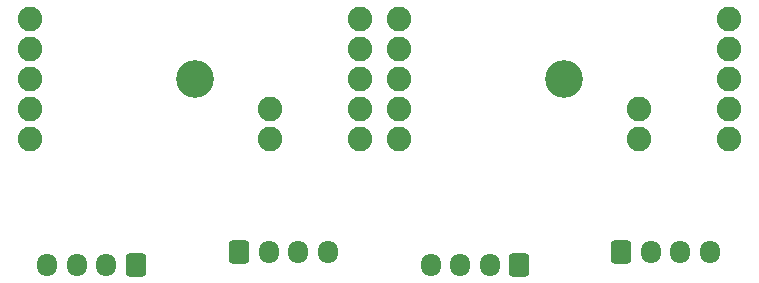
<source format=gbs>
%TF.GenerationSoftware,KiCad,Pcbnew,8.0.1*%
%TF.CreationDate,2024-04-28T18:39:05+02:00*%
%TF.ProjectId,ScaleModule,5363616c-654d-46f6-9475-6c652e6b6963,v0.1*%
%TF.SameCoordinates,Original*%
%TF.FileFunction,Soldermask,Bot*%
%TF.FilePolarity,Negative*%
%FSLAX46Y46*%
G04 Gerber Fmt 4.6, Leading zero omitted, Abs format (unit mm)*
G04 Created by KiCad (PCBNEW 8.0.1) date 2024-04-28 18:39:05*
%MOMM*%
%LPD*%
G01*
G04 APERTURE LIST*
G04 Aperture macros list*
%AMRoundRect*
0 Rectangle with rounded corners*
0 $1 Rounding radius*
0 $2 $3 $4 $5 $6 $7 $8 $9 X,Y pos of 4 corners*
0 Add a 4 corners polygon primitive as box body*
4,1,4,$2,$3,$4,$5,$6,$7,$8,$9,$2,$3,0*
0 Add four circle primitives for the rounded corners*
1,1,$1+$1,$2,$3*
1,1,$1+$1,$4,$5*
1,1,$1+$1,$6,$7*
1,1,$1+$1,$8,$9*
0 Add four rect primitives between the rounded corners*
20,1,$1+$1,$2,$3,$4,$5,0*
20,1,$1+$1,$4,$5,$6,$7,0*
20,1,$1+$1,$6,$7,$8,$9,0*
20,1,$1+$1,$8,$9,$2,$3,0*%
G04 Aperture macros list end*
%ADD10RoundRect,0.250000X-0.600000X-0.725000X0.600000X-0.725000X0.600000X0.725000X-0.600000X0.725000X0*%
%ADD11O,1.700000X1.950000*%
%ADD12RoundRect,0.250000X0.600000X0.725000X-0.600000X0.725000X-0.600000X-0.725000X0.600000X-0.725000X0*%
%ADD13C,3.200000*%
%ADD14C,2.083600*%
G04 APERTURE END LIST*
D10*
%TO.C,J2_2*%
X160850000Y-115295000D03*
D11*
X163350000Y-115295000D03*
X165850000Y-115295000D03*
X168350000Y-115295000D03*
%TD*%
D12*
%TO.C,J2_1*%
X152200000Y-116345000D03*
D11*
X149700000Y-116345000D03*
X147200000Y-116345000D03*
X144700000Y-116345000D03*
%TD*%
D10*
%TO.C,J1_2*%
X128500000Y-115295000D03*
D11*
X131000000Y-115295000D03*
X133500000Y-115295000D03*
X136000000Y-115295000D03*
%TD*%
D12*
%TO.C,J1_1*%
X119750000Y-116345000D03*
D11*
X117250000Y-116345000D03*
X114750000Y-116345000D03*
X112250000Y-116345000D03*
%TD*%
D13*
%TO.C,MountingHole1*%
X124780000Y-100600000D03*
%TD*%
D14*
%TO.C,U1*%
X110810000Y-95520000D03*
X110810000Y-98060000D03*
X110810000Y-100600000D03*
X110810000Y-103140000D03*
X110810000Y-105680000D03*
X138750000Y-105680000D03*
X138750000Y-103140000D03*
X138750000Y-100600000D03*
X138750000Y-98060000D03*
X138750000Y-95520000D03*
X131130000Y-103140000D03*
X131130000Y-105680000D03*
%TD*%
D13*
%TO.C,MountingHole2*%
X155970000Y-100600000D03*
%TD*%
D14*
%TO.C,U2*%
X142000000Y-95520000D03*
X142000000Y-98060000D03*
X142000000Y-100600000D03*
X142000000Y-103140000D03*
X142000000Y-105680000D03*
X169940000Y-105680000D03*
X169940000Y-103140000D03*
X169940000Y-100600000D03*
X169940000Y-98060000D03*
X169940000Y-95520000D03*
X162320000Y-103140000D03*
X162320000Y-105680000D03*
%TD*%
M02*

</source>
